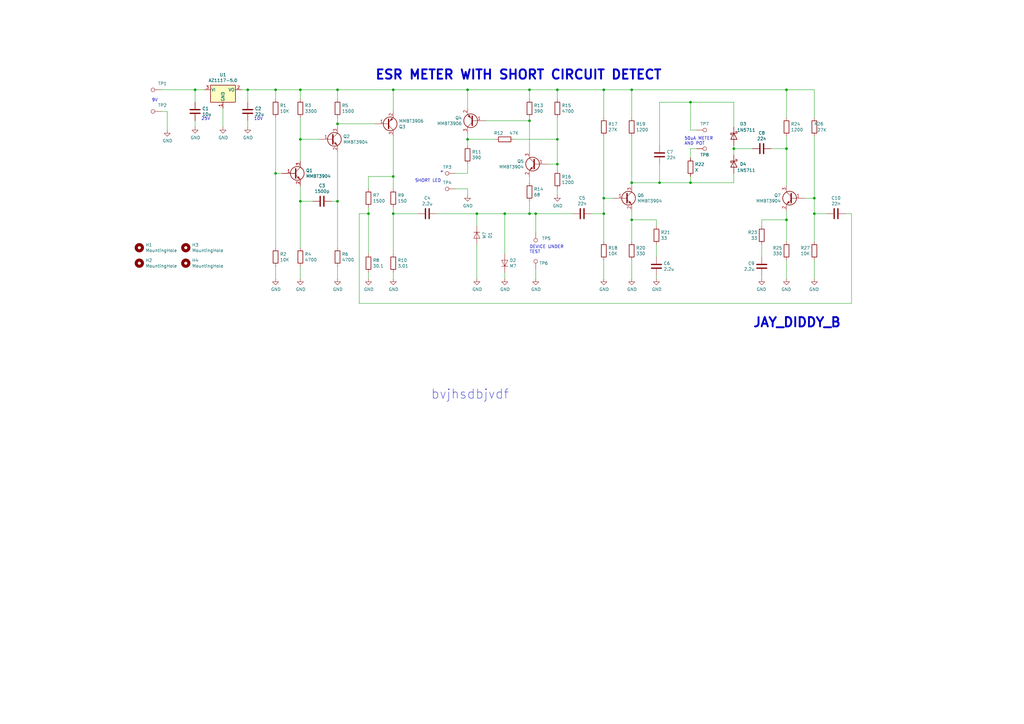
<source format=kicad_sch>
(kicad_sch (version 20231120) (generator "eeschema") (generator_version "8.0")
  (paper "A3")
  (lib_symbols
    (symbol "Capamesure-rescue:ES1D-JDB_DIODE" (pin_numbers hide) (pin_names (offset 0) hide)
      (property "Reference" "D" (at -2.54 2.54 0))
      (property "Value" "JDB_DIODE_ES1D" (at 2.54 2.54 0))
      (symbol "ES1D-JDB_DIODE_0_1"
        (polyline (pts (xy -1.27 -1.27) (xy -1.27 1.27)))
        (polyline (pts (xy -1.27 0) (xy 1.27 0) (xy 1.27 1.27) (xy -1.27 0) (xy 1.27 -1.27) (xy 1.27 0)))
      )
      (symbol "ES1D-JDB_DIODE_1_1"
        (pin passive line (at -3.81 0 0) (length 2.54) (name "1") (number "1"))
        (pin passive line (at 3.81 0 180) (length 2.54) (name "2") (number "2"))
      )
    )
    (symbol "Capamesure-rescue:GND-power" (power) (pin_names (offset 0))
      (property "Value" "power_GND" (at 0 -3.81 0))
      (symbol "GND-power_0_1"
        (polyline (pts (xy 0 0) (xy 0 -1.27) (xy 1.27 -1.27) (xy 0 -2.54) (xy -1.27 -1.27) (xy 0 -1.27)))
      )
      (symbol "GND-power_1_1"
        (pin power_in line (at 0 0 270) (length 0) hide (name "GND") (number "1"))
      )
    )
    (symbol "Connector:TestPoint" (pin_numbers hide) (pin_names (offset 0.762) hide)
      (property "Reference" "TP" (at 0 6.858 0))
      (property "Value" "TestPoint" (at 0 5.08 0))
      (symbol "TestPoint_0_1"
        (circle (center 0 3.302) (radius 0.762))
      )
      (symbol "TestPoint_1_1"
        (pin passive line (at 0 0 90) (length 2.54) (name "1") (number "1"))
      )
    )
    (symbol "Device:C" (pin_numbers hide) (pin_names (offset 0.254))
      (property "Reference" "C" (at 0.635 2.54 0))
      (property "Value" "C" (at 0.635 -2.54 0))
      (symbol "C_0_1"
        (polyline (pts (xy -2.032 -0.762) (xy 2.032 -0.762)) (stroke (width 0.508)))
        (polyline (pts (xy -2.032 0.762) (xy 2.032 0.762)) (stroke (width 0.508)))
      )
      (symbol "C_1_1"
        (pin passive line (at 0 3.81 270) (length 2.794) (name "~") (number "1"))
        (pin passive line (at 0 -3.81 90) (length 2.794) (name "~") (number "2"))
      )
    )
    (symbol "Device:R" (pin_numbers hide) (pin_names (offset 0))
      (property "Reference" "R" (at 2.032 0 90))
      (property "Value" "R" (at 0 0 90))
      (symbol "R_0_1"
        (rectangle (start -1.016 -2.54) (end 1.016 2.54) (stroke (width 0.254)))
      )
      (symbol "R_1_1"
        (pin passive line (at 0 3.81 270) (length 1.27) (name "~") (number "1"))
        (pin passive line (at 0 -3.81 90) (length 1.27) (name "~") (number "2"))
      )
    )
    (symbol "Diode:1N5711" (pin_numbers hide) (pin_names (offset 1.016) hide)
      (property "Reference" "D" (at 0 2.54 0))
      (property "Value" "1N5711" (at 0 -2.54 0))
      (symbol "1N5711_0_1"
        (polyline (pts (xy 1.27 0) (xy -1.27 0)))
        (polyline (pts (xy 1.27 1.27) (xy 1.27 -1.27) (xy -1.27 0) (xy 1.27 1.27)) (stroke (width 0.254)))
        (polyline (pts (xy -1.905 0.635) (xy -1.905 1.27) (xy -1.27 1.27) (xy -1.27 -1.27) (xy -0.635 -1.27) (xy -0.635 -0.635)) (stroke (width 0.254)))
      )
      (symbol "1N5711_1_1"
        (pin passive line (at -3.81 0 0) (length 2.54) (name "K") (number "1"))
        (pin passive line (at 3.81 0 180) (length 2.54) (name "A") (number "2"))
      )
    )
    (symbol "Mechanical:MountingHole" (pin_names (offset 1.016)) (exclude_from_sim yes) (in_bom no)
      (property "Reference" "H" (at 0 5.08 0))
      (property "Value" "MountingHole" (at 0 3.175 0))
      (symbol "MountingHole_0_1"
        (circle (center 0 0) (radius 1.27) (stroke (width 1.27)))
      )
    )
    (symbol "Regulator_Linear:AZ1117-5.0" (pin_names (offset 0.254))
      (property "Reference" "U" (at -3.81 3.175 0))
      (property "Value" "AZ1117-5.0" (at 0 3.175 0))
      (symbol "AZ1117-5.0_0_1"
        (rectangle (start -5.08 1.905) (end 5.08 -5.08) (stroke (width 0.254)) (fill (type background)))
      )
      (symbol "AZ1117-5.0_1_1"
        (pin power_in line (at 0 -7.62 90) (length 2.54) (name "GND") (number "1"))
        (pin power_out line (at 7.62 0 180) (length 2.54) (name "VO") (number "2"))
        (pin power_in line (at -7.62 0 0) (length 2.54) (name "VI") (number "3"))
      )
    )
    (symbol "Transistor_BJT:MMBT3904" (pin_names (offset 0) hide)
      (property "Reference" "Q" (at 5.08 1.905 0))
      (property "Value" "MMBT3904" (at 5.08 0 0))
      (symbol "MMBT3904_0_1"
        (polyline (pts (xy 0.635 0.635) (xy 2.54 2.54)))
        (polyline (pts (xy 0.635 -0.635) (xy 2.54 -2.54) (xy 2.54 -2.54)))
        (polyline (pts (xy 0.635 1.905) (xy 0.635 -1.905) (xy 0.635 -1.905)) (stroke (width 0.508)))
        (polyline (pts (xy 1.27 -1.778) (xy 1.778 -1.27) (xy 2.286 -2.286) (xy 1.27 -1.778) (xy 1.27 -1.778)) (fill (type outline)))
        (circle (center 1.27 0) (radius 2.8194) (stroke (width 0.254)))
      )
      (symbol "MMBT3904_1_1"
        (pin input line (at -5.08 0 0) (length 5.715) (name "B") (number "1"))
        (pin passive line (at 2.54 -5.08 90) (length 2.54) (name "E") (number "2"))
        (pin passive line (at 2.54 5.08 270) (length 2.54) (name "C") (number "3"))
      )
    )
    (symbol "Transistor_BJT:MMBT3906" (pin_names (offset 0) hide)
      (property "Reference" "Q" (at 5.08 1.905 0))
      (property "Value" "MMBT3906" (at 5.08 0 0))
      (symbol "MMBT3906_0_1"
        (polyline (pts (xy 0.635 0.635) (xy 2.54 2.54)))
        (polyline (pts (xy 0.635 -0.635) (xy 2.54 -2.54) (xy 2.54 -2.54)))
        (polyline (pts (xy 0.635 1.905) (xy 0.635 -1.905) (xy 0.635 -1.905)) (stroke (width 0.508)))
        (polyline (pts (xy 2.286 -1.778) (xy 1.778 -2.286) (xy 1.27 -1.27) (xy 2.286 -1.778) (xy 2.286 -1.778)) (fill (type outline)))
        (circle (center 1.27 0) (radius 2.8194) (stroke (width 0.254)))
      )
      (symbol "MMBT3906_1_1"
        (pin input line (at -5.08 0 0) (length 5.715) (name "B") (number "1"))
        (pin passive line (at 2.54 -5.08 90) (length 2.54) (name "E") (number "2"))
        (pin passive line (at 2.54 5.08 270) (length 2.54) (name "C") (number "3"))
      )
    )
  )
  (junction (at 113.03 71.12))
  (junction (at 101.6 36.83))
  (junction (at 217.17 49.53))
  (junction (at 247.65 36.83))
  (junction (at 334.01 81.28))
  (junction (at 300.99 60.96))
  (junction (at 219.71 87.63))
  (junction (at 191.77 36.83))
  (junction (at 195.58 87.63))
  (junction (at 228.6 36.83))
  (junction (at 283.21 41.91))
  (junction (at 161.29 36.83))
  (junction (at 259.08 90.17))
  (junction (at 217.17 36.83))
  (junction (at 322.58 36.83))
  (junction (at 191.77 57.15))
  (junction (at 113.03 36.83))
  (junction (at 80.01 36.83))
  (junction (at 138.43 50.8))
  (junction (at 247.65 87.63))
  (junction (at 228.6 67.31))
  (junction (at 283.21 74.93))
  (junction (at 247.65 81.28))
  (junction (at 270.51 74.93))
  (junction (at 161.29 87.63))
  (junction (at 217.17 87.63))
  (junction (at 123.19 82.55))
  (junction (at 228.6 57.15))
  (junction (at 322.58 60.96))
  (junction (at 161.29 72.39))
  (junction (at 322.58 90.17))
  (junction (at 123.19 57.15))
  (junction (at 138.43 36.83))
  (junction (at 207.01 87.63))
  (junction (at 151.13 87.63))
  (junction (at 138.43 82.55))
  (junction (at 259.08 36.83))
  (junction (at 123.19 36.83))
  (junction (at 259.08 74.93))
  (junction (at 334.01 87.63))
  (wire (pts (xy 228.6 57.15) (xy 228.6 48.26)))
  (wire (pts (xy 207.01 111.76) (xy 207.01 114.3)))
  (wire (pts (xy 247.65 87.63) (xy 247.65 81.28)))
  (wire (pts (xy 138.43 50.8) (xy 138.43 48.26)))
  (wire (pts (xy 228.6 69.85) (xy 228.6 67.31)))
  (wire (pts (xy 138.43 114.3) (xy 138.43 109.22)))
  (wire (pts (xy 191.77 71.12) (xy 191.77 67.31)))
  (wire (pts (xy 151.13 114.3) (xy 151.13 111.76)))
  (wire (pts (xy 199.39 49.53) (xy 217.17 49.53)))
  (wire (pts (xy 186.69 77.47) (xy 191.77 77.47)))
  (wire (pts (xy 300.99 63.5) (xy 300.99 60.96)))
  (wire (pts (xy 219.71 110.49) (xy 219.71 114.3)))
  (wire (pts (xy 259.08 99.06) (xy 259.08 90.17)))
  (wire (pts (xy 312.42 90.17) (xy 322.58 90.17)))
  (wire (pts (xy 247.65 81.28) (xy 247.65 55.88)))
  (wire (pts (xy 91.44 44.45) (xy 91.44 52.07)))
  (wire (pts (xy 80.01 36.83) (xy 83.82 36.83)))
  (wire (pts (xy 195.58 92.71) (xy 195.58 87.63)))
  (wire (pts (xy 283.21 64.77) (xy 283.21 60.96)))
  (wire (pts (xy 334.01 81.28) (xy 334.01 55.88)))
  (wire (pts (xy 259.08 74.93) (xy 259.08 55.88)))
  (wire (pts (xy 259.08 76.2) (xy 259.08 74.93)))
  (wire (pts (xy 334.01 87.63) (xy 334.01 81.28)))
  (wire (pts (xy 300.99 60.96) (xy 300.99 59.69)))
  (wire (pts (xy 322.58 76.2) (xy 322.58 60.96)))
  (wire (pts (xy 283.21 74.93) (xy 270.51 74.93)))
  (wire (pts (xy 123.19 36.83) (xy 113.03 36.83)))
  (wire (pts (xy 269.24 114.3) (xy 269.24 113.03)))
  (wire (pts (xy 80.01 52.07) (xy 80.01 49.53)))
  (wire (pts (xy 300.99 52.07) (xy 300.99 41.91)))
  (wire (pts (xy 247.65 114.3) (xy 247.65 106.68)))
  (wire (pts (xy 270.51 41.91) (xy 270.51 59.69)))
  (wire (pts (xy 217.17 87.63) (xy 219.71 87.63)))
  (wire (pts (xy 147.32 87.63) (xy 151.13 87.63)))
  (wire (pts (xy 217.17 74.93) (xy 217.17 72.39)))
  (wire (pts (xy 219.71 87.63) (xy 219.71 95.25)))
  (wire (pts (xy 217.17 82.55) (xy 217.17 87.63)))
  (wire (pts (xy 191.77 44.45) (xy 191.77 36.83)))
  (wire (pts (xy 316.23 60.96) (xy 322.58 60.96)))
  (wire (pts (xy 322.58 90.17) (xy 322.58 86.36)))
  (wire (pts (xy 123.19 101.6) (xy 123.19 82.55)))
  (wire (pts (xy 195.58 100.33) (xy 195.58 114.3)))
  (wire (pts (xy 285.75 53.34) (xy 283.21 53.34)))
  (wire (pts (xy 283.21 53.34) (xy 283.21 41.91)))
  (wire (pts (xy 322.58 36.83) (xy 334.01 36.83)))
  (wire (pts (xy 259.08 90.17) (xy 259.08 86.36)))
  (wire (pts (xy 283.21 41.91) (xy 270.51 41.91)))
  (wire (pts (xy 128.27 82.55) (xy 123.19 82.55)))
  (wire (pts (xy 217.17 49.53) (xy 217.17 48.26)))
  (wire (pts (xy 259.08 36.83) (xy 322.58 36.83)))
  (wire (pts (xy 269.24 90.17) (xy 259.08 90.17)))
  (wire (pts (xy 270.51 67.31) (xy 270.51 74.93)))
  (wire (pts (xy 123.19 40.64) (xy 123.19 36.83)))
  (wire (pts (xy 99.06 36.83) (xy 101.6 36.83)))
  (wire (pts (xy 161.29 104.14) (xy 161.29 87.63)))
  (wire (pts (xy 147.32 124.46) (xy 147.32 87.63)))
  (wire (pts (xy 228.6 40.64) (xy 228.6 36.83)))
  (wire (pts (xy 138.43 40.64) (xy 138.43 36.83)))
  (wire (pts (xy 113.03 40.64) (xy 113.03 36.83)))
  (wire (pts (xy 138.43 82.55) (xy 138.43 62.23)))
  (wire (pts (xy 300.99 74.93) (xy 283.21 74.93)))
  (wire (pts (xy 334.01 87.63) (xy 334.01 99.06)))
  (wire (pts (xy 123.19 66.04) (xy 123.19 57.15)))
  (wire (pts (xy 308.61 60.96) (xy 300.99 60.96)))
  (wire (pts (xy 259.08 36.83) (xy 247.65 36.83)))
  (wire (pts (xy 113.03 101.6) (xy 113.03 71.12)))
  (wire (pts (xy 251.46 81.28) (xy 247.65 81.28)))
  (wire (pts (xy 68.58 45.72) (xy 68.58 53.34)))
  (wire (pts (xy 228.6 67.31) (xy 228.6 57.15)))
  (wire (pts (xy 191.77 57.15) (xy 191.77 54.61)))
  (wire (pts (xy 322.58 114.3) (xy 322.58 106.68)))
  (wire (pts (xy 161.29 77.47) (xy 161.29 72.39)))
  (wire (pts (xy 283.21 60.96) (xy 285.75 60.96)))
  (wire (pts (xy 207.01 87.63) (xy 217.17 87.63)))
  (wire (pts (xy 179.07 87.63) (xy 195.58 87.63)))
  (wire (pts (xy 300.99 41.91) (xy 283.21 41.91)))
  (wire (pts (xy 113.03 114.3) (xy 113.03 109.22)))
  (wire (pts (xy 138.43 52.07) (xy 138.43 50.8)))
  (wire (pts (xy 153.67 50.8) (xy 138.43 50.8)))
  (wire (pts (xy 312.42 100.33) (xy 312.42 105.41)))
  (wire (pts (xy 123.19 82.55) (xy 123.19 76.2)))
  (wire (pts (xy 171.45 87.63) (xy 161.29 87.63)))
  (wire (pts (xy 224.79 67.31) (xy 228.6 67.31)))
  (wire (pts (xy 138.43 101.6) (xy 138.43 82.55)))
  (wire (pts (xy 322.58 48.26) (xy 322.58 36.83)))
  (wire (pts (xy 186.69 71.12) (xy 191.77 71.12)))
  (wire (pts (xy 203.2 57.15) (xy 191.77 57.15)))
  (wire (pts (xy 300.99 71.12) (xy 300.99 74.93)))
  (wire (pts (xy 138.43 36.83) (xy 161.29 36.83)))
  (wire (pts (xy 161.29 87.63) (xy 161.29 85.09)))
  (wire (pts (xy 242.57 87.63) (xy 247.65 87.63)))
  (wire (pts (xy 234.95 87.63) (xy 219.71 87.63)))
  (wire (pts (xy 66.04 36.83) (xy 80.01 36.83)))
  (wire (pts (xy 151.13 87.63) (xy 151.13 85.09)))
  (wire (pts (xy 191.77 59.69) (xy 191.77 57.15)))
  (wire (pts (xy 138.43 36.83) (xy 123.19 36.83)))
  (wire (pts (xy 228.6 36.83) (xy 247.65 36.83)))
  (wire (pts (xy 330.2 81.28) (xy 334.01 81.28)))
  (wire (pts (xy 217.17 40.64) (xy 217.17 36.83)))
  (wire (pts (xy 322.58 60.96) (xy 322.58 55.88)))
  (wire (pts (xy 349.25 124.46) (xy 147.32 124.46)))
  (wire (pts (xy 123.19 114.3) (xy 123.19 109.22)))
  (wire (pts (xy 259.08 48.26) (xy 259.08 36.83)))
  (wire (pts (xy 80.01 41.91) (xy 80.01 36.83)))
  (wire (pts (xy 349.25 87.63) (xy 349.25 124.46)))
  (wire (pts (xy 161.29 45.72) (xy 161.29 36.83)))
  (wire (pts (xy 207.01 87.63) (xy 207.01 104.14)))
  (wire (pts (xy 161.29 72.39) (xy 161.29 55.88)))
  (wire (pts (xy 247.65 36.83) (xy 247.65 48.26)))
  (wire (pts (xy 269.24 92.71) (xy 269.24 90.17)))
  (wire (pts (xy 151.13 77.47) (xy 151.13 72.39)))
  (wire (pts (xy 130.81 57.15) (xy 123.19 57.15)))
  (wire (pts (xy 322.58 99.06) (xy 322.58 90.17)))
  (wire (pts (xy 113.03 71.12) (xy 113.03 48.26)))
  (wire (pts (xy 195.58 87.63) (xy 207.01 87.63)))
  (wire (pts (xy 339.09 87.63) (xy 334.01 87.63)))
  (wire (pts (xy 161.29 36.83) (xy 191.77 36.83)))
  (wire (pts (xy 151.13 104.14) (xy 151.13 87.63)))
  (wire (pts (xy 334.01 36.83) (xy 334.01 48.26)))
  (wire (pts (xy 334.01 114.3) (xy 334.01 106.68)))
  (wire (pts (xy 210.82 57.15) (xy 228.6 57.15)))
  (wire (pts (xy 151.13 72.39) (xy 161.29 72.39)))
  (wire (pts (xy 115.57 71.12) (xy 113.03 71.12)))
  (wire (pts (xy 101.6 52.07) (xy 101.6 49.53)))
  (wire (pts (xy 312.42 92.71) (xy 312.42 90.17)))
  (wire (pts (xy 161.29 114.3) (xy 161.29 111.76)))
  (wire (pts (xy 346.71 87.63) (xy 349.25 87.63)))
  (wire (pts (xy 247.65 87.63) (xy 247.65 99.06)))
  (wire (pts (xy 259.08 114.3) (xy 259.08 106.68)))
  (wire (pts (xy 228.6 80.01) (xy 228.6 77.47)))
  (wire (pts (xy 113.03 36.83) (xy 101.6 36.83)))
  (wire (pts (xy 101.6 36.83) (xy 101.6 41.91)))
  (wire (pts (xy 217.17 36.83) (xy 228.6 36.83)))
  (wire (pts (xy 66.04 45.72) (xy 68.58 45.72)))
  (wire (pts (xy 269.24 100.33) (xy 269.24 105.41)))
  (wire (pts (xy 283.21 72.39) (xy 283.21 74.93)))
  (wire (pts (xy 191.77 36.83) (xy 217.17 36.83)))
  (wire (pts (xy 217.17 62.23) (xy 217.17 49.53)))
  (wire (pts (xy 123.19 57.15) (xy 123.19 48.26)))
  (wire (pts (xy 270.51 74.93) (xy 259.08 74.93)))
  (wire (pts (xy 312.42 114.3) (xy 312.42 113.03)))
  (wire (pts (xy 191.77 77.47) (xy 191.77 80.01)))
  (wire (pts (xy 135.89 82.55) (xy 138.43 82.55)))
  (text "+" (at 180.34 71.12 0) (effects (font (size 1.27 1.27)) (justify left bottom)))
  (text "25V" (at 82.55 49.53 0) (effects (font (size 1.27 1.27)) (justify left bottom)))
  (text "10V" (at 104.14 49.53 0) (effects (font (size 1.27 1.27)) (justify left bottom)))
  (text "9V" (at 62.23 41.91 0) (effects (font (size 1.27 1.27)) (justify left bottom)))
  (text "DEVICE UNDER\nTEST" (at 217.17 104.14 0) (effects (font (size 1.27 1.27)) (justify left bottom)))
  (text "JAY_DIDDY_B" (at 308.61 134.62 0) (effects (font (size 3.81 3.81) (thickness 0.762) (bold yes)) (justify left bottom)))
  (text "SHORT LED" (at 170.18 74.93 0) (effects (font (size 1.27 1.27)) (justify left bottom)))
  (text "50uA METER\nAND POT" (at 280.67 59.69 0) (effects (font (size 1.27 1.27)) (justify left bottom)))
  (text "ESR METER WITH SHORT CIRCUIT DETECT" (at 153.67 33.02 0) (effects (font (size 3.81 3.81) (thickness 0.762) (bold yes)) (justify left bottom)))
  (text "bvjhsdbjvdf" (at 192.786 161.798 0) (effects (font (size 3.81 3.81))))
  (symbol (lib_id "Device:R") (at 113.03 44.45 0) (unit 1)
    (property "Reference" "R1" (at 114.808 43.2816 0) (effects (justify left)))
    (property "Value" "10K" (at 114.808 45.593 0) (effects (justify left)))
    (property "Footprint" "Resistor_SMD:R_0805_2012Metric" (effects (hide yes)))
    (property "LCSC" "C17414" (effects (hide yes)))
  )
  (symbol (lib_id "Transistor_BJT:MMBT3904") (at 120.65 71.12 0) (unit 1)
    (property "Reference" "Q1" (at 125.5014 69.9516 0) (effects (justify left)))
    (property "Value" "MMBT3904" (at 125.5014 72.263 0) (effects (justify left)))
    (property "Footprint" "Package_TO_SOT_SMD:SOT-23" (effects (hide yes)))
    (property "Datasheet" "https://www.fairchildsemi.com/datasheets/2N/2N3904.pdf" (effects (hide yes)))
    (property "LCSC" "C20526" (effects (hide yes)))
  )
  (symbol (lib_id "Transistor_BJT:MMBT3906") (at 158.75 50.8 0) (mirror x) (unit 1)
    (property "Reference" "Q3" (at 163.6014 51.9684 0) (effects (justify left)))
    (property "Value" "MMBT3906" (at 163.6014 49.657 0) (effects (justify left)))
    (property "Footprint" "Package_TO_SOT_SMD:SOT-23" (effects (hide yes)))
    (property "Datasheet" "https://www.fairchildsemi.com/datasheets/2N/2N3906.pdf" (effects (hide yes)))
    (property "LCSC" "C181120" (effects (hide yes)))
  )
  (symbol (lib_id "Device:C") (at 175.26 87.63 270) (unit 1)
    (property "Reference" "C4" (at 175.26 81.2292 90))
    (property "Value" "2.2u" (at 175.26 83.5406 90))
    (property "Footprint" "Capacitor_SMD:C_1206_3216Metric" (effects (hide yes)))
    (property "LCSC" "C50254" (effects (hide yes)))
  )
  (symbol (lib_id "Regulator_Linear:AZ1117-5.0") (at 91.44 36.83 0) (unit 1)
    (property "Reference" "U1" (at 91.44 30.6832 0))
    (property "Value" "AZ1117-5.0" (at 91.44 32.9946 0))
    (property "Footprint" "Package_TO_SOT_SMD:SOT-223-3_TabPin2" (effects (hide yes)))
    (property "Datasheet" "https://www.diodes.com/assets/Datasheets/AZ1117.pdf" (effects (hide yes)))
    (property "LCSC" "C6187" (effects (hide yes)))
  )
  (symbol (lib_id "Capamesure-rescue:ES1D-JDB_DIODE") (at 195.58 96.52 270) (unit 1)
    (property "Reference" "D1" (at 201.041 96.52 0))
    (property "Value" "M7" (at 198.7296 96.52 0))
    (property "Footprint" "Diode_SMD:D_SMA_Handsoldering" (effects (hide yes)))
    (property "LCSC" "C95872" (effects (hide yes)))
  )
  (symbol (lib_id "Connector:TestPoint") (at 66.04 36.83 90) (unit 1)
    (property "Reference" "TP1" (at 64.77 34.29 90) (effects (justify right)))
    (property "Value" "TestPoint" (effects (hide yes)))
    (property "Footprint" "JDB_TEST_POINT:keystone_1514_93_hole" (effects (hide yes)))
  )
  (symbol (lib_id "Capamesure-rescue:GND-power") (at 91.44 52.07 0) (unit 1)
    (property "Reference" "#PWR0101" (effects (hide yes)))
    (property "Value" "GND" (at 91.567 56.4642 0))
  )
  (symbol (lib_id "Device:C") (at 80.01 45.72 0) (unit 1)
    (property "Reference" "C1" (at 82.931 44.5516 0) (effects (justify left)))
    (property "Value" "10u" (at 82.931 46.863 0) (effects (justify left)))
    (property "Footprint" "Capacitor_SMD:C_0805_2012Metric" (effects (hide yes)))
    (property "LCSC" "C15850" (effects (hide yes)))
  )
  (symbol (lib_id "Device:C") (at 101.6 45.72 0) (unit 1)
    (property "Reference" "C2" (at 104.521 44.5516 0) (effects (justify left)))
    (property "Value" "22u" (at 104.521 46.863 0) (effects (justify left)))
    (property "Footprint" "Capacitor_SMD:C_0805_2012Metric" (effects (hide yes)))
    (property "LCSC" "C45783" (effects (hide yes)))
  )
  (symbol (lib_id "Capamesure-rescue:GND-power") (at 80.01 52.07 0) (unit 1)
    (property "Reference" "#PWR0102" (effects (hide yes)))
    (property "Value" "GND" (at 80.137 56.4642 0))
  )
  (symbol (lib_id "Capamesure-rescue:GND-power") (at 101.6 52.07 0) (unit 1)
    (property "Reference" "#PWR0103" (effects (hide yes)))
    (property "Value" "GND" (at 101.727 56.4642 0))
  )
  (symbol (lib_id "Transistor_BJT:MMBT3904") (at 135.89 57.15 0) (unit 1)
    (property "Reference" "Q2" (at 140.7414 55.9816 0) (effects (justify left)))
    (property "Value" "MMBT3904" (at 140.7414 58.293 0) (effects (justify left)))
    (property "Footprint" "Package_TO_SOT_SMD:SOT-23" (effects (hide yes)))
    (property "Datasheet" "https://www.fairchildsemi.com/datasheets/2N/2N3904.pdf" (effects (hide yes)))
    (property "LCSC" "C20526" (effects (hide yes)))
  )
  (symbol (lib_id "Device:R") (at 123.19 44.45 0) (unit 1)
    (property "Reference" "R3" (at 124.968 43.2816 0) (effects (justify left)))
    (property "Value" "3300" (at 124.968 45.593 0) (effects (justify left)))
    (property "Footprint" "Resistor_SMD:R_0805_2012Metric" (effects (hide yes)))
    (property "LCSC" "C26010" (effects (hide yes)))
  )
  (symbol (lib_id "Device:R") (at 113.03 105.41 0) (unit 1)
    (property "Reference" "R2" (at 114.808 104.2416 0) (effects (justify left)))
    (property "Value" "10K" (at 114.808 106.553 0) (effects (justify left)))
    (property "Footprint" "Resistor_SMD:R_0805_2012Metric" (effects (hide yes)))
    (property "LCSC" "C17414" (effects (hide yes)))
  )
  (symbol (lib_id "Capamesure-rescue:GND-power") (at 113.03 114.3 0) (unit 1)
    (property "Reference" "#PWR0104" (effects (hide yes)))
    (property "Value" "GND" (at 113.157 118.6942 0))
  )
  (symbol (lib_id "Device:R") (at 138.43 44.45 0) (unit 1)
    (property "Reference" "R5" (at 140.208 43.2816 0) (effects (justify left)))
    (property "Value" "1500" (at 140.208 45.593 0) (effects (justify left)))
    (property "Footprint" "Resistor_SMD:R_0805_2012Metric" (effects (hide yes)))
    (property "LCSC" "C4310" (effects (hide yes)))
  )
  (symbol (lib_id "Mechanical:MountingHole") (at 57.15 101.6 0) (unit 1)
    (property "Reference" "H1" (at 59.69 100.4316 0) (effects (justify left)))
    (property "Value" "MountingHole" (at 59.69 102.743 0) (effects (justify left)))
    (property "Footprint" "MountingHole:MountingHole_3.7mm_Pad" (effects (hide yes)))
  )
  (symbol (lib_id "Mechanical:MountingHole") (at 76.2 101.6 0) (unit 1)
    (property "Reference" "H3" (at 78.74 100.4316 0) (effects (justify left)))
    (property "Value" "MountingHole" (at 78.74 102.743 0) (effects (justify left)))
    (property "Footprint" "MountingHole:MountingHole_3.7mm_Pad" (effects (hide yes)))
  )
  (symbol (lib_id "Mechanical:MountingHole") (at 76.2 107.95 0) (unit 1)
    (property "Reference" "H4" (at 78.74 106.7816 0) (effects (justify left)))
    (property "Value" "MountingHole" (at 78.74 109.093 0) (effects (justify left)))
    (property "Footprint" "MountingHole:MountingHole_3.7mm_Pad" (effects (hide yes)))
  )
  (symbol (lib_id "Mechanical:MountingHole") (at 57.15 107.95 0) (unit 1)
    (property "Reference" "H2" (at 59.69 106.7816 0) (effects (justify left)))
    (property "Value" "MountingHole" (at 59.69 109.093 0) (effects (justify left)))
    (property "Footprint" "MountingHole:MountingHole_3.7mm_Pad" (effects (hide yes)))
  )
  (symbol (lib_id "Device:C") (at 132.08 82.55 270) (unit 1)
    (property "Reference" "C3" (at 132.08 76.1492 90))
    (property "Value" "1500p" (at 132.08 78.4606 90))
    (property "Footprint" "Capacitor_SMD:C_0805_2012Metric" (effects (hide yes)))
    (property "LCSC" "C1717" (effects (hide yes)))
  )
  (symbol (lib_id "Device:R") (at 123.19 105.41 0) (unit 1)
    (property "Reference" "R4" (at 124.968 104.2416 0) (effects (justify left)))
    (property "Value" "4700" (at 124.968 106.553 0) (effects (justify left)))
    (property "Footprint" "Resistor_SMD:R_0805_2012Metric" (effects (hide yes)))
    (property "LCSC" "C17673" (effects (hide yes)))
  )
  (symbol (lib_id "Device:R") (at 138.43 105.41 0) (unit 1)
    (property "Reference" "R6" (at 140.208 104.2416 0) (effects (justify left)))
    (property "Value" "4700" (at 140.208 106.553 0) (effects (justify left)))
    (property "Footprint" "Resistor_SMD:R_0805_2012Metric" (effects (hide yes)))
    (property "LCSC" "C17673" (effects (hide yes)))
  )
  (symbol (lib_id "Capamesure-rescue:GND-power") (at 123.19 114.3 0) (unit 1)
    (property "Reference" "#PWR0105" (effects (hide yes)))
    (property "Value" "GND" (at 123.317 118.6942 0))
  )
  (symbol (lib_id "Capamesure-rescue:GND-power") (at 138.43 114.3 0) (unit 1)
    (property "Reference" "#PWR0106" (effects (hide yes)))
    (property "Value" "GND" (at 138.557 118.6942 0))
  )
  (symbol (lib_id "Device:R") (at 161.29 81.28 0) (unit 1)
    (property "Reference" "R9" (at 163.068 80.1116 0) (effects (justify left)))
    (property "Value" "150" (at 163.068 82.423 0) (effects (justify left)))
    (property "Footprint" "Resistor_SMD:R_0805_2012Metric" (effects (hide yes)))
    (property "LCSC" "C17471" (effects (hide yes)))
  )
  (symbol (lib_id "Device:R") (at 161.29 107.95 0) (unit 1)
    (property "Reference" "R10" (at 163.068 106.7816 0) (effects (justify left)))
    (property "Value" "3.01" (at 163.068 109.093 0) (effects (justify left)))
    (property "Footprint" "Resistor_SMD:R_0805_2012Metric" (effects (hide yes)))
    (property "LCSC" "C137532" (effects (hide yes)))
  )
  (symbol (lib_id "Capamesure-rescue:GND-power") (at 161.29 114.3 0) (unit 1)
    (property "Reference" "#PWR0107" (effects (hide yes)))
    (property "Value" "GND" (at 161.417 118.6942 0))
  )
  (symbol (lib_id "Device:R") (at 151.13 81.28 0) (unit 1)
    (property "Reference" "R7" (at 152.908 80.1116 0) (effects (justify left)))
    (property "Value" "1500" (at 152.908 82.423 0) (effects (justify left)))
    (property "Footprint" "Resistor_SMD:R_0805_2012Metric" (effects (hide yes)))
    (property "LCSC" "C4310" (effects (hide yes)))
  )
  (symbol (lib_id "Device:R") (at 151.13 107.95 0) (unit 1)
    (property "Reference" "R8" (at 152.908 106.7816 0) (effects (justify left)))
    (property "Value" "30.1" (at 152.908 109.093 0) (effects (justify left)))
    (property "Footprint" "Resistor_SMD:R_0805_2012Metric" (effects (hide yes)))
    (property "LCSC" "C218507" (effects (hide yes)))
  )
  (symbol (lib_id "Capamesure-rescue:GND-power") (at 151.13 114.3 0) (unit 1)
    (property "Reference" "#PWR0108" (effects (hide yes)))
    (property "Value" "GND" (at 151.257 118.6942 0))
  )
  (symbol (lib_id "Capamesure-rescue:ES1D-JDB_DIODE") (at 207.01 107.95 90) (unit 1)
    (property "Reference" "D2" (at 208.9912 106.7816 90) (effects (justify right)))
    (property "Value" "M7" (at 208.9912 109.093 90) (effects (justify right)))
    (property "Footprint" "Diode_SMD:D_SMA_Handsoldering" (effects (hide yes)))
    (property "LCSC" "C95872" (effects (hide yes)))
  )
  (symbol (lib_id "Capamesure-rescue:GND-power") (at 195.58 114.3 0) (unit 1)
    (property "Reference" "#PWR0109" (effects (hide yes)))
    (property "Value" "GND" (at 195.707 118.6942 0))
  )
  (symbol (lib_id "Capamesure-rescue:GND-power") (at 207.01 114.3 0) (unit 1)
    (property "Reference" "#PWR0110" (effects (hide yes)))
    (property "Value" "GND" (at 207.137 118.6942 0))
  )
  (symbol (lib_id "Connector:TestPoint") (at 66.04 45.72 90) (unit 1)
    (property "Reference" "TP2" (at 64.77 43.18 90) (effects (justify right)))
    (property "Value" "TestPoint" (effects (hide yes)))
    (property "Footprint" "JDB_TEST_POINT:keystone_1514_93_hole" (effects (hide yes)))
  )
  (symbol (lib_id "Capamesure-rescue:GND-power") (at 68.58 53.34 0) (unit 1)
    (property "Reference" "#PWR0111" (effects (hide yes)))
    (property "Value" "GND" (at 68.707 57.7342 0))
  )
  (symbol (lib_id "Connector:TestPoint") (at 219.71 110.49 0) (unit 1)
    (property "Reference" "TP6" (at 224.79 107.95 0) (effects (justify right)))
    (property "Value" "TestPoint" (effects (hide yes)))
    (property "Footprint" "JDB_TEST_POINT:keystone_1514_93_hole" (effects (hide yes)))
  )
  (symbol (lib_id "Connector:TestPoint") (at 219.71 95.25 180) (unit 1)
    (property "Reference" "TP5" (at 222.25 97.79 0) (effects (justify right)))
    (property "Value" "TestPoint" (effects (hide yes)))
    (property "Footprint" "JDB_TEST_POINT:keystone_1514_93_hole" (effects (hide yes)))
  )
  (symbol (lib_id "Capamesure-rescue:GND-power") (at 219.71 114.3 0) (unit 1)
    (property "Reference" "#PWR0112" (effects (hide yes)))
    (property "Value" "GND" (at 219.837 118.6942 0))
  )
  (symbol (lib_id "Device:C") (at 238.76 87.63 270) (unit 1)
    (property "Reference" "C5" (at 238.76 81.2292 90))
    (property "Value" "22n" (at 238.76 83.5406 90))
    (property "Footprint" "Capacitor_SMD:C_0805_2012Metric" (effects (hide yes)))
    (property "LCSC" "C1729" (effects (hide yes)))
  )
  (symbol (lib_id "Device:R") (at 247.65 102.87 0) (unit 1)
    (property "Reference" "R18" (at 249.428 101.7016 0) (effects (justify left)))
    (property "Value" "10K" (at 249.428 104.013 0) (effects (justify left)))
    (property "Footprint" "Resistor_SMD:R_0805_2012Metric" (effects (hide yes)))
    (property "LCSC" "C17414" (effects (hide yes)))
  )
  (symbol (lib_id "Capamesure-rescue:GND-power") (at 247.65 114.3 0) (unit 1)
    (property "Reference" "#PWR0113" (effects (hide yes)))
    (property "Value" "GND" (at 247.777 118.6942 0))
  )
  (symbol (lib_id "Device:R") (at 247.65 52.07 0) (unit 1)
    (property "Reference" "R17" (at 249.428 50.9016 0) (effects (justify left)))
    (property "Value" "27K" (at 249.428 53.213 0) (effects (justify left)))
    (property "Footprint" "Resistor_SMD:R_0805_2012Metric" (effects (hide yes)))
    (property "LCSC" "C17593" (effects (hide yes)))
  )
  (symbol (lib_id "Transistor_BJT:MMBT3904") (at 256.54 81.28 0) (unit 1)
    (property "Reference" "Q6" (at 261.3914 80.1116 0) (effects (justify left)))
    (property "Value" "MMBT3904" (at 261.3914 82.423 0) (effects (justify left)))
    (property "Footprint" "Package_TO_SOT_SMD:SOT-23" (effects (hide yes)))
    (property "Datasheet" "https://www.fairchildsemi.com/datasheets/2N/2N3904.pdf" (effects (hide yes)))
    (property "LCSC" "C20526" (effects (hide yes)))
  )
  (symbol (lib_id "Device:R") (at 259.08 102.87 0) (unit 1)
    (property "Reference" "R20" (at 260.858 101.7016 0) (effects (justify left)))
    (property "Value" "330" (at 260.858 104.013 0) (effects (justify left)))
    (property "Footprint" "Resistor_SMD:R_0805_2012Metric" (effects (hide yes)))
    (property "LCSC" "C17630" (effects (hide yes)))
  )
  (symbol (lib_id "Capamesure-rescue:GND-power") (at 259.08 114.3 0) (unit 1)
    (property "Reference" "#PWR0114" (effects (hide yes)))
    (property "Value" "GND" (at 259.207 118.6942 0))
  )
  (symbol (lib_id "Device:R") (at 269.24 96.52 0) (unit 1)
    (property "Reference" "R21" (at 271.018 95.3516 0) (effects (justify left)))
    (property "Value" "33" (at 271.018 97.663 0) (effects (justify left)))
    (property "Footprint" "Resistor_SMD:R_0805_2012Metric" (effects (hide yes)))
    (property "LCSC" "C204426" (effects (hide yes)))
  )
  (symbol (lib_id "Device:C") (at 269.24 109.22 180) (unit 1)
    (property "Reference" "C6" (at 272.161 108.0516 0) (effects (justify right)))
    (property "Value" "2.2u" (at 272.161 110.363 0) (effects (justify right)))
    (property "Footprint" "Capacitor_SMD:C_1206_3216Metric" (effects (hide yes)))
    (property "LCSC" "C50254" (effects (hide yes)))
  )
  (symbol (lib_id "Capamesure-rescue:GND-power") (at 269.24 114.3 0) (unit 1)
    (property "Reference" "#PWR0115" (effects (hide yes)))
    (property "Value" "GND" (at 269.367 118.6942 0))
  )
  (symbol (lib_id "Device:R") (at 259.08 52.07 0) (unit 1)
    (property "Reference" "R19" (at 260.858 50.9016 0) (effects (justify left)))
    (property "Value" "1200" (at 260.858 53.213 0) (effects (justify left)))
    (property "Footprint" "Resistor_SMD:R_0805_2012Metric" (effects (hide yes)))
    (property "LCSC" "C17379" (effects (hide yes)))
  )
  (symbol (lib_id "Device:C") (at 342.9 87.63 90) (mirror x) (unit 1)
    (property "Reference" "C10" (at 342.9 81.2292 90))
    (property "Value" "22n" (at 342.9 83.5406 90))
    (property "Footprint" "Capacitor_SMD:C_0805_2012Metric" (effects (hide yes)))
    (property "LCSC" "C1729" (effects (hide yes)))
  )
  (symbol (lib_id "Device:R") (at 334.01 102.87 0) (mirror y) (unit 1)
    (property "Reference" "R27" (at 332.232 101.7016 0) (effects (justify left)))
    (property "Value" "10K" (at 332.232 104.013 0) (effects (justify left)))
    (property "Footprint" "Resistor_SMD:R_0805_2012Metric" (effects (hide yes)))
    (property "LCSC" "C17414" (effects (hide yes)))
  )
  (symbol (lib_id "Capamesure-rescue:GND-power") (at 334.01 114.3 0) (mirror y) (unit 1)
    (property "Reference" "#PWR0116" (effects (hide yes)))
    (property "Value" "GND" (at 333.883 118.6942 0))
  )
  (symbol (lib_id "Device:R") (at 334.01 52.07 0) (mirror y) (unit 1)
    (property "Reference" "R26" (at 337.82 50.8 0) (effects (justify left)))
    (property "Value" "27K" (at 339.09 53.34 0) (effects (justify left)))
    (property "Footprint" "Resistor_SMD:R_0805_2012Metric" (effects (hide yes)))
    (property "LCSC" "C17593" (effects (hide yes)))
  )
  (symbol (lib_id "Transistor_BJT:MMBT3904") (at 325.12 81.28 0) (mirror y) (unit 1)
    (property "Reference" "Q7" (at 320.2686 80.1116 0) (effects (justify left)))
    (property "Value" "MMBT3904" (at 320.2686 82.423 0) (effects (justify left)))
    (property "Footprint" "Package_TO_SOT_SMD:SOT-23" (effects (hide yes)))
    (property "Datasheet" "https://www.fairchildsemi.com/datasheets/2N/2N3904.pdf" (effects (hide yes)))
    (property "LCSC" "C20526" (effects (hide yes)))
  )
  (symbol (lib_id "Device:R") (at 322.58 102.87 0) (mirror y) (unit 1)
    (property "Reference" "R25" (at 320.802 101.7016 0) (effects (justify left)))
    (property "Value" "330" (at 320.802 104.013 0) (effects (justify left)))
    (property "Footprint" "Resistor_SMD:R_0805_2012Metric" (effects (hide yes)))
    (property "LCSC" "C17630" (effects (hide yes)))
  )
  (symbol (lib_id "Capamesure-rescue:GND-power") (at 322.58 114.3 0) (mirror y) (unit 1)
    (property "Reference" "#PWR0117" (effects (hide yes)))
    (property "Value" "GND" (at 322.453 118.6942 0))
  )
  (symbol (lib_id "Device:R") (at 312.42 96.52 0) (mirror y) (unit 1)
    (property "Reference" "R23" (at 310.642 95.3516 0) (effects (justify left)))
    (property "Value" "33" (at 310.642 97.663 0) (effects (justify left)))
    (property "Footprint" "Resistor_SMD:R_0805_2012Metric" (effects (hide yes)))
    (property "LCSC" "C204426" (effects (hide yes)))
  )
  (symbol (lib_id "Device:C") (at 312.42 109.22 0) (mirror x) (unit 1)
    (property "Reference" "C9" (at 309.499 108.0516 0) (effects (justify right)))
    (property "Value" "2.2u" (at 309.499 110.363 0) (effects (justify right)))
    (property "Footprint" "Capacitor_SMD:C_1206_3216Metric" (effects (hide yes)))
    (property "LCSC" "C50254" (effects (hide yes)))
  )
  (symbol (lib_id "Capamesure-rescue:GND-power") (at 312.42 114.3 0) (mirror y) (unit 1)
    (property "Reference" "#PWR0118" (effects (hide yes)))
    (property "Value" "GND" (at 312.293 118.6942 0))
  )
  (symbol (lib_id "Device:R") (at 322.58 52.07 0) (mirror y) (unit 1)
    (property "Reference" "R24" (at 324.358 50.9016 0) (effects (justify right)))
    (property "Value" "1200" (at 324.358 53.213 0) (effects (justify right)))
    (property "Footprint" "Resistor_SMD:R_0805_2012Metric" (effects (hide yes)))
    (property "LCSC" "C17379" (effects (hide yes)))
  )
  (symbol (lib_id "Diode:1N5711") (at 300.99 55.88 270) (unit 1)
    (property "Reference" "D3" (at 304.8 50.8 90))
    (property "Value" "1N5711" (at 306.07 53.34 90))
    (property "Footprint" "Diode_SMD:D_SOD-123" (effects (hide yes)))
    (property "Datasheet" "https://www.microsemi.com/document-portal/doc_download/8865-lds-0040-datasheet" (effects (hide yes)))
    (property "LCSC" "C154843" (effects (hide yes)))
  )
  (symbol (lib_id "Diode:1N5711") (at 300.99 67.31 270) (unit 1)
    (property "Reference" "D4" (at 304.8 67.31 90))
    (property "Value" "1N5711" (at 306.07 69.85 90))
    (property "Footprint" "Diode_SMD:D_SOD-123" (effects (hide yes)))
    (property "Datasheet" "https://www.microsemi.com/document-portal/doc_download/8865-lds-0040-datasheet" (effects (hide yes)))
    (property "LCSC" "C154843" (effects (hide yes)))
  )
  (symbol (lib_id "Device:C") (at 312.42 60.96 270) (unit 1)
    (property "Reference" "C8" (at 312.42 54.5592 90))
    (property "Value" "22n" (at 312.42 56.8706 90))
    (property "Footprint" "Capacitor_SMD:C_0805_2012Metric" (effects (hide yes)))
    (property "LCSC" "C1729" (effects (hide yes)))
  )
  (symbol (lib_id "Device:C") (at 270.51 63.5 180) (unit 1)
    (property "Reference" "C7" (at 273.431 62.3316 0) (effects (justify right)))
    (property "Value" "22n" (at 273.431 64.643 0) (effects (justify right)))
    (property "Footprint" "Capacitor_SMD:C_0805_2012Metric" (effects (hide yes)))
    (property "LCSC" "C1729" (effects (hide yes)))
  )
  (symbol (lib_id "Device:R") (at 283.21 68.58 0) (mirror y) (unit 1)
    (property "Reference" "R22" (at 284.988 67.4116 0) (effects (justify right)))
    (property "Value" "X" (at 284.988 69.723 0) (effects (justify right)))
    (property "Footprint" "Resistor_SMD:R_0805_2012Metric" (effects (hide yes)))
  )
  (symbol (lib_id "Connector:TestPoint") (at 285.75 60.96 270) (unit 1)
    (property "Reference" "TP8" (at 290.83 63.5 90) (effects (justify right)))
    (property "Value" "TestPoint" (effects (hide yes)))
    (property "Footprint" "JDB_TEST_POINT:keystone_1514_93_hole" (effects (hide yes)))
  )
  (symbol (lib_id "Connector:TestPoint") (at 285.75 53.34 270) (unit 1)
    (property "Reference" "TP7" (at 290.83 50.8 90) (effects (justify right)))
    (property "Value" "TestPoint" (effects (hide yes)))
    (property "Footprint" "JDB_TEST_POINT:keystone_1514_93_hole" (effects (hide yes)))
  )
  (symbol (lib_id "Device:R") (at 228.6 73.66 0) (unit 1)
    (property "Reference" "R16" (at 230.378 72.4916 0) (effects (justify left)))
    (property "Value" "1200" (at 230.378 74.803 0) (effects (justify left)))
    (property "Footprint" "Resistor_SMD:R_0805_2012Metric" (effects (hide yes)))
    (property "LCSC" "C17379" (effects (hide yes)))
  )
  (symbol (lib_id "Capamesure-rescue:GND-power") (at 228.6 80.01 0) (unit 1)
    (property "Reference" "#PWR0119" (effects (hide yes)))
    (property "Value" "GND" (at 228.727 84.4042 0))
  )
  (symbol (lib_id "Device:R") (at 228.6 44.45 0) (unit 1)
    (property "Reference" "R15" (at 230.378 43.2816 0) (effects (justify left)))
    (property "Value" "4700" (at 230.378 45.593 0) (effects (justify left)))
    (property "Footprint" "Resistor_SMD:R_0805_2012Metric" (effects (hide yes)))
    (property "LCSC" "C17673" (effects (hide yes)))
  )
  (symbol (lib_id "Transistor_BJT:MMBT3904") (at 219.71 67.31 0) (mirror y) (unit 1)
    (property "Reference" "Q5" (at 214.8586 66.1416 0) (effects (justify left)))
    (property "Value" "MMBT3904" (at 214.8586 68.453 0) (effects (justify left)))
    (property "Footprint" "Package_TO_SOT_SMD:SOT-23" (effects (hide yes)))
    (property "Datasheet" "https://www.fairchildsemi.com/datasheets/2N/2N3904.pdf" (effects (hide yes)))
    (property "LCSC" "C20526" (effects (hide yes)))
  )
  (symbol (lib_id "Device:R") (at 217.17 44.45 0) (unit 1)
    (property "Reference" "R13" (at 218.948 43.2816 0) (effects (justify left)))
    (property "Value" "390" (at 218.948 45.593 0) (effects (justify left)))
    (property "Footprint" "Resistor_SMD:R_0805_2012Metric" (effects (hide yes)))
    (property "LCSC" "C17655" (effects (hide yes)))
  )
  (symbol (lib_id "Transistor_BJT:MMBT3906") (at 194.31 49.53 180) (unit 1)
    (property "Reference" "Q4" (at 189.4586 48.3616 0) (effects (justify left)))
    (property "Value" "MMBT3906" (at 189.4586 50.673 0) (effects (justify left)))
    (property "Footprint" "Package_TO_SOT_SMD:SOT-23" (effects (hide yes)))
    (property "Datasheet" "https://www.fairchildsemi.com/datasheets/2N/2N3906.pdf" (effects (hide yes)))
    (property "LCSC" "C181120" (effects (hide yes)))
  )
  (symbol (lib_id "Device:R") (at 191.77 63.5 0) (unit 1)
    (property "Reference" "R11" (at 193.548 62.3316 0) (effects (justify left)))
    (property "Value" "390" (at 193.548 64.643 0) (effects (justify left)))
    (property "Footprint" "Resistor_SMD:R_0805_2012Metric" (effects (hide yes)))
    (property "LCSC" "C17655" (effects (hide yes)))
  )
  (symbol (lib_id "Connector:TestPoint") (at 186.69 71.12 90) (unit 1)
    (property "Reference" "TP3" (at 181.61 68.58 90) (effects (justify right)))
    (property "Value" "TestPoint" (effects (hide yes)))
    (property "Footprint" "JDB_TEST_POINT:keystone_1514_93_hole" (effects (hide yes)))
  )
  (symbol (lib_id "Connector:TestPoint") (at 186.69 77.47 90) (unit 1)
    (property "Reference" "TP4" (at 181.61 74.93 90) (effects (justify right)))
    (property "Value" "TestPoint" (effects (hide yes)))
    (property "Footprint" "JDB_TEST_POINT:keystone_1514_93_hole" (effects (hide yes)))
  )
  (symbol (lib_id "Capamesure-rescue:GND-power") (at 191.77 80.01 0) (unit 1)
    (property "Reference" "#PWR0120" (effects (hide yes)))
    (property "Value" "GND" (at 191.897 84.4042 0))
  )
  (symbol (lib_id "Device:R") (at 207.01 57.15 270) (unit 1)
    (property "Reference" "R12" (at 204.47 54.61 90))
    (property "Value" "47K" (at 210.82 54.61 90))
    (property "Footprint" "Resistor_SMD:R_0805_2012Metric" (effects (hide yes)))
    (property "LCSC" "C17713" (effects (hide yes)))
  )
  (symbol (lib_id "Device:R") (at 217.17 78.74 0) (unit 1)
    (property "Reference" "R14" (at 218.948 77.5716 0) (effects (justify left)))
    (property "Value" "68" (at 218.948 79.883 0) (effects (justify left)))
    (property "Footprint" "Resistor_SMD:R_0805_2012Metric" (effects (hide yes)))
    (property "LCSC" "C17802" (effects (hide yes)))
  )
)
</source>
